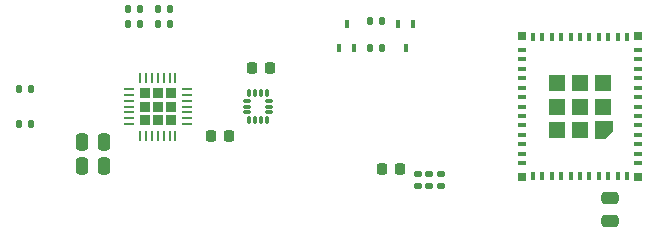
<source format=gbr>
%TF.GenerationSoftware,KiCad,Pcbnew,(7.0.0)*%
%TF.CreationDate,2023-10-22T09:50:51+03:00*%
%TF.ProjectId,nanoInvaderBot-logic,6e616e6f-496e-4766-9164-6572426f742d,rev?*%
%TF.SameCoordinates,Original*%
%TF.FileFunction,Paste,Bot*%
%TF.FilePolarity,Positive*%
%FSLAX46Y46*%
G04 Gerber Fmt 4.6, Leading zero omitted, Abs format (unit mm)*
G04 Created by KiCad (PCBNEW (7.0.0)) date 2023-10-22 09:50:51*
%MOMM*%
%LPD*%
G01*
G04 APERTURE LIST*
G04 Aperture macros list*
%AMRoundRect*
0 Rectangle with rounded corners*
0 $1 Rounding radius*
0 $2 $3 $4 $5 $6 $7 $8 $9 X,Y pos of 4 corners*
0 Add a 4 corners polygon primitive as box body*
4,1,4,$2,$3,$4,$5,$6,$7,$8,$9,$2,$3,0*
0 Add four circle primitives for the rounded corners*
1,1,$1+$1,$2,$3*
1,1,$1+$1,$4,$5*
1,1,$1+$1,$6,$7*
1,1,$1+$1,$8,$9*
0 Add four rect primitives between the rounded corners*
20,1,$1+$1,$2,$3,$4,$5,0*
20,1,$1+$1,$4,$5,$6,$7,0*
20,1,$1+$1,$6,$7,$8,$9,0*
20,1,$1+$1,$8,$9,$2,$3,0*%
G04 Aperture macros list end*
%ADD10C,0.010000*%
%ADD11RoundRect,0.135000X-0.135000X-0.185000X0.135000X-0.185000X0.135000X0.185000X-0.135000X0.185000X0*%
%ADD12RoundRect,0.087500X0.087500X-0.225000X0.087500X0.225000X-0.087500X0.225000X-0.087500X-0.225000X0*%
%ADD13RoundRect,0.087500X0.225000X-0.087500X0.225000X0.087500X-0.225000X0.087500X-0.225000X-0.087500X0*%
%ADD14RoundRect,0.225000X-0.225000X-0.250000X0.225000X-0.250000X0.225000X0.250000X-0.225000X0.250000X0*%
%ADD15RoundRect,0.135000X0.135000X0.185000X-0.135000X0.185000X-0.135000X-0.185000X0.135000X-0.185000X0*%
%ADD16R,0.450000X0.700000*%
%ADD17RoundRect,0.250000X0.475000X-0.250000X0.475000X0.250000X-0.475000X0.250000X-0.475000X-0.250000X0*%
%ADD18RoundRect,0.225000X0.225000X-0.225000X0.225000X0.225000X-0.225000X0.225000X-0.225000X-0.225000X0*%
%ADD19RoundRect,0.062500X0.062500X-0.337500X0.062500X0.337500X-0.062500X0.337500X-0.062500X-0.337500X0*%
%ADD20RoundRect,0.062500X0.337500X-0.062500X0.337500X0.062500X-0.337500X0.062500X-0.337500X-0.062500X0*%
%ADD21RoundRect,0.135000X0.185000X-0.135000X0.185000X0.135000X-0.185000X0.135000X-0.185000X-0.135000X0*%
%ADD22RoundRect,0.225000X0.225000X0.250000X-0.225000X0.250000X-0.225000X-0.250000X0.225000X-0.250000X0*%
%ADD23RoundRect,0.250000X-0.250000X-0.475000X0.250000X-0.475000X0.250000X0.475000X-0.250000X0.475000X0*%
%ADD24R,0.400000X0.800000*%
%ADD25R,0.800000X0.400000*%
%ADD26R,1.450000X1.450000*%
%ADD27R,0.700000X0.700000*%
G04 APERTURE END LIST*
%TO.C,U2*%
G36*
X171950000Y-102100000D02*
G01*
X171350000Y-102700000D01*
X170500000Y-102700000D01*
X170500000Y-101250000D01*
X171950000Y-101250000D01*
X171950000Y-102100000D01*
G37*
D10*
X171950000Y-102100000D02*
X171350000Y-102700000D01*
X170500000Y-102700000D01*
X170500000Y-101250000D01*
X171950000Y-101250000D01*
X171950000Y-102100000D01*
%TD*%
D11*
%TO.C,R2*%
X130995000Y-91750000D03*
X132015000Y-91750000D03*
%TD*%
D12*
%TO.C,U3*%
X142750000Y-101162500D03*
X142250000Y-101162500D03*
X141750000Y-101162500D03*
X141250000Y-101162500D03*
D13*
X141087500Y-100500000D03*
X141087500Y-100000000D03*
X141087500Y-99500000D03*
D12*
X141250000Y-98837500D03*
X141750000Y-98837500D03*
X142250000Y-98837500D03*
X142750000Y-98837500D03*
D13*
X142912500Y-99500000D03*
X142912500Y-100000000D03*
X142912500Y-100500000D03*
%TD*%
D14*
%TO.C,C5*%
X141475000Y-96750000D03*
X143025000Y-96750000D03*
%TD*%
D15*
%TO.C,R3*%
X132015000Y-93000000D03*
X130995000Y-93000000D03*
%TD*%
D16*
%TO.C,Q1*%
X153849999Y-92999999D03*
X155149999Y-92999999D03*
X154499999Y-94999999D03*
%TD*%
D17*
%TO.C,C8*%
X171750000Y-109650000D03*
X171750000Y-107750000D03*
%TD*%
D18*
%TO.C,U1*%
X132380000Y-101120000D03*
X133500000Y-101120000D03*
X134620000Y-101120000D03*
X132380000Y-100000000D03*
X133500000Y-100000000D03*
X134620000Y-100000000D03*
X132380000Y-98880000D03*
X133500000Y-98880000D03*
X134620000Y-98880000D03*
D19*
X135000000Y-102450000D03*
X134500000Y-102450000D03*
X134000000Y-102450000D03*
X133500000Y-102450000D03*
X133000000Y-102450000D03*
X132500000Y-102450000D03*
X132000000Y-102450000D03*
D20*
X131050000Y-101500000D03*
X131050000Y-101000000D03*
X131050000Y-100500000D03*
X131050000Y-100000000D03*
X131050000Y-99500000D03*
X131050000Y-99000000D03*
X131050000Y-98500000D03*
D19*
X132000000Y-97550000D03*
X132500000Y-97550000D03*
X133000000Y-97550000D03*
X133500000Y-97550000D03*
X134000000Y-97550000D03*
X134500000Y-97550000D03*
X135000000Y-97550000D03*
D20*
X135950000Y-98500000D03*
X135950000Y-99000000D03*
X135950000Y-99500000D03*
X135950000Y-100000000D03*
X135950000Y-100500000D03*
X135950000Y-101000000D03*
X135950000Y-101500000D03*
%TD*%
D11*
%TO.C,R4*%
X151490000Y-92750000D03*
X152510000Y-92750000D03*
%TD*%
D21*
%TO.C,R5*%
X155500000Y-106760000D03*
X155500000Y-105740000D03*
%TD*%
D16*
%TO.C,Q2*%
X150149999Y-94999999D03*
X148849999Y-94999999D03*
X149499999Y-92999999D03*
%TD*%
D15*
%TO.C,R8*%
X152510000Y-95000000D03*
X151490000Y-95000000D03*
%TD*%
D11*
%TO.C,R11*%
X133485000Y-93000000D03*
X134505000Y-93000000D03*
%TD*%
D22*
%TO.C,C4*%
X139525000Y-102500000D03*
X137975000Y-102500000D03*
%TD*%
D23*
%TO.C,C6*%
X127050000Y-103000000D03*
X128950000Y-103000000D03*
%TD*%
D24*
%TO.C,U2*%
X173249999Y-105899999D03*
X172449999Y-105899999D03*
X171649999Y-105899999D03*
X170849999Y-105899999D03*
X170049999Y-105899999D03*
X169249999Y-105899999D03*
X168449999Y-105899999D03*
X167649999Y-105899999D03*
X166849999Y-105899999D03*
X166049999Y-105899999D03*
X165249999Y-105899999D03*
D25*
X164349999Y-104799999D03*
X164349999Y-103999999D03*
X164349999Y-103199999D03*
X164349999Y-102399999D03*
X164349999Y-101599999D03*
X164349999Y-100799999D03*
X164349999Y-99999999D03*
X164349999Y-99199999D03*
X164349999Y-98399999D03*
X164349999Y-97599999D03*
X164349999Y-96799999D03*
X164349999Y-95999999D03*
X164349999Y-95199999D03*
D24*
X165249999Y-94099999D03*
X166049999Y-94099999D03*
X166849999Y-94099999D03*
X167649999Y-94099999D03*
X168449999Y-94099999D03*
X169249999Y-94099999D03*
X170049999Y-94099999D03*
X170849999Y-94099999D03*
X171649999Y-94099999D03*
X172449999Y-94099999D03*
X173249999Y-94099999D03*
D25*
X174149999Y-95199999D03*
X174149999Y-95999999D03*
X174149999Y-96799999D03*
X174149999Y-97599999D03*
X174149999Y-98399999D03*
X174149999Y-99199999D03*
X174149999Y-99999999D03*
X174149999Y-100799999D03*
X174149999Y-101599999D03*
X174149999Y-102399999D03*
X174149999Y-103199999D03*
X174149999Y-103999999D03*
X174149999Y-104799999D03*
D26*
X171224999Y-99999999D03*
X171224999Y-98024999D03*
X169249999Y-98024999D03*
X167274999Y-98024999D03*
X167274999Y-99999999D03*
X167274999Y-101974999D03*
X169249999Y-101974999D03*
X169249999Y-99999999D03*
D27*
X174199999Y-94049999D03*
X164299999Y-94049999D03*
X164299999Y-105949999D03*
X174199999Y-105949999D03*
%TD*%
D11*
%TO.C,R6*%
X121740000Y-101500000D03*
X122760000Y-101500000D03*
%TD*%
D21*
%TO.C,R13*%
X157500000Y-106760000D03*
X157500000Y-105740000D03*
%TD*%
%TO.C,R12*%
X156500000Y-106750000D03*
X156500000Y-105730000D03*
%TD*%
D11*
%TO.C,R7*%
X121740000Y-98500000D03*
X122760000Y-98500000D03*
%TD*%
D15*
%TO.C,R1*%
X134515000Y-91750000D03*
X133495000Y-91750000D03*
%TD*%
D23*
%TO.C,C7*%
X127050000Y-105000000D03*
X128950000Y-105000000D03*
%TD*%
D22*
%TO.C,C3*%
X154050000Y-105250000D03*
X152500000Y-105250000D03*
%TD*%
M02*

</source>
